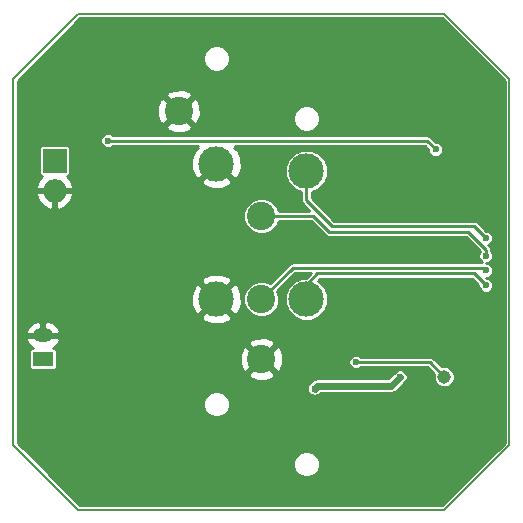
<source format=gtl>
G04 #@! TF.FileFunction,Copper,L1,Top,Signal*
%FSLAX46Y46*%
G04 Gerber Fmt 4.6, Leading zero omitted, Abs format (unit mm)*
G04 Created by KiCad (PCBNEW 4.0.7) date Thu Jan 25 16:07:57 2018*
%MOMM*%
%LPD*%
G01*
G04 APERTURE LIST*
%ADD10C,0.100000*%
%ADD11C,0.150000*%
%ADD12C,1.143000*%
%ADD13C,6.400000*%
%ADD14C,0.600000*%
%ADD15O,1.998980X1.998980*%
%ADD16R,1.998980X1.998980*%
%ADD17R,1.700000X1.200000*%
%ADD18O,1.700000X1.200000*%
%ADD19C,3.000000*%
%ADD20C,2.400000*%
%ADD21C,0.250000*%
%ADD22C,0.800000*%
%ADD23C,0.400000*%
%ADD24C,0.600000*%
G04 APERTURE END LIST*
D10*
D11*
X42000000Y36500000D02*
X42000000Y5500000D01*
X36500000Y42000000D02*
X42000000Y36500000D01*
X5500000Y42000000D02*
X36500000Y42000000D01*
X0Y36500000D02*
X5500000Y42000000D01*
X0Y5500000D02*
X0Y36500000D01*
X5500000Y0D02*
X0Y5500000D01*
X36500000Y0D02*
X5500000Y0D01*
X42000000Y5500000D02*
X36500000Y0D01*
D12*
X36500000Y11250000D03*
D13*
X36500000Y36500000D03*
D14*
X38900000Y36500000D03*
X38197056Y34802944D03*
X36500000Y34100000D03*
X34802944Y34802944D03*
X34100000Y36500000D03*
X34802944Y38197056D03*
X36500000Y38900000D03*
X38197056Y38197056D03*
D15*
X3500000Y27000000D03*
D16*
X3500000Y29540000D03*
D17*
X2500000Y12750000D03*
D18*
X2500000Y14750000D03*
D13*
X5500000Y36500000D03*
D14*
X7900000Y36500000D03*
X7197056Y34802944D03*
X5500000Y34100000D03*
X3802944Y34802944D03*
X3100000Y36500000D03*
X3802944Y38197056D03*
X5500000Y38900000D03*
X7197056Y38197056D03*
D13*
X5500000Y5500000D03*
D14*
X7900000Y5500000D03*
X7197056Y3802944D03*
X5500000Y3100000D03*
X3802944Y3802944D03*
X3100000Y5500000D03*
X3802944Y7197056D03*
X5500000Y7900000D03*
X7197056Y7197056D03*
D13*
X36500000Y5500000D03*
D14*
X38900000Y5500000D03*
X38197056Y3802944D03*
X36500000Y3100000D03*
X34802944Y3802944D03*
X34100000Y5500000D03*
X34802944Y7197056D03*
X36500000Y7900000D03*
X38197056Y7197056D03*
D19*
X17190000Y17830000D03*
X24810000Y17830000D03*
D20*
X21000000Y17830000D03*
X21000000Y12750000D03*
D19*
X17190000Y29300000D03*
X24810000Y28665000D03*
D20*
X21000000Y24855000D03*
X14015000Y33745000D03*
D14*
X25250000Y21750000D03*
X23750000Y13500000D03*
X32500000Y14000000D03*
X34250000Y13500000D03*
X32000000Y25250000D03*
X40000000Y24250000D03*
X32750000Y4250000D03*
X29500000Y7750000D03*
X26000000Y750000D03*
X32750000Y750000D03*
X32750000Y7750000D03*
X26000000Y7750000D03*
X27950000Y2575000D03*
X29475000Y4250000D03*
X31000000Y2575000D03*
X31000000Y5925000D03*
X27950000Y5925000D03*
X28750000Y21750000D03*
X40000000Y19000000D03*
X40000000Y20250000D03*
X40000000Y23000000D03*
X40000000Y21500000D03*
X8000000Y31250000D03*
X35750000Y30500000D03*
X25500000Y10250000D03*
X32750000Y11250000D03*
X29000000Y12500000D03*
D21*
X28750000Y21750000D02*
X25250000Y21750000D01*
D22*
X34250000Y13500000D02*
X33000000Y13500000D01*
X33000000Y13500000D02*
X32500000Y14000000D01*
X40000000Y24250000D02*
X39000000Y25250000D01*
X39000000Y25250000D02*
X32000000Y25250000D01*
D23*
X26000000Y7750000D02*
X29500000Y7750000D01*
X29500000Y7750000D02*
X32750000Y7750000D01*
X32750000Y750000D02*
X26000000Y750000D01*
X31000000Y2575000D02*
X31000000Y2725000D01*
X31000000Y2725000D02*
X29475000Y4250000D01*
D21*
X24810000Y17830000D02*
X24810000Y19060000D01*
X24810000Y19060000D02*
X25750000Y20000000D01*
X25750000Y20000000D02*
X39000000Y20000000D01*
X39000000Y20000000D02*
X40000000Y19000000D01*
X21000000Y17830000D02*
X23670000Y20500000D01*
X23670000Y20500000D02*
X39750000Y20500000D01*
X39750000Y20500000D02*
X40000000Y20250000D01*
X24810000Y28665000D02*
X24810000Y26190000D01*
X24810000Y26190000D02*
X27000000Y24000000D01*
X39700001Y23299999D02*
X40000000Y23000000D01*
X27000000Y24000000D02*
X39000000Y24000000D01*
X39000000Y24000000D02*
X39700001Y23299999D01*
X21000000Y24855000D02*
X25395000Y24855000D01*
X25395000Y24855000D02*
X26750000Y23500000D01*
X26750000Y23500000D02*
X38500000Y23500000D01*
X38500000Y23500000D02*
X40000000Y22000000D01*
X40000000Y22000000D02*
X40000000Y21500000D01*
X35750000Y30500000D02*
X35000000Y31250000D01*
X35000000Y31250000D02*
X8000000Y31250000D01*
D24*
X25750000Y10500000D02*
X25500000Y10250000D01*
X32000000Y10500000D02*
X25750000Y10500000D01*
X32750000Y11250000D02*
X32000000Y10500000D01*
D21*
X29000000Y12500000D02*
X35250000Y12500000D01*
X35250000Y12500000D02*
X36500000Y11250000D01*
G36*
X41600000Y36334315D02*
X41600000Y5665685D01*
X36334314Y400000D01*
X5665685Y400000D01*
X3089461Y2976225D01*
X4874892Y2976225D01*
X4969842Y2746429D01*
X5145504Y2570460D01*
X5375134Y2475109D01*
X5623775Y2474892D01*
X5853571Y2569842D01*
X6029540Y2745504D01*
X6124891Y2975134D01*
X6125108Y3223775D01*
X6030158Y3453571D01*
X5854496Y3629540D01*
X5734977Y3679169D01*
X6571948Y3679169D01*
X6666898Y3449373D01*
X6842560Y3273404D01*
X7072190Y3178053D01*
X7320831Y3177836D01*
X7550627Y3272786D01*
X7726596Y3448448D01*
X7804974Y3637205D01*
X23684805Y3637205D01*
X23855715Y3223571D01*
X24171907Y2906828D01*
X24585242Y2735196D01*
X25032795Y2734805D01*
X25446429Y2905715D01*
X25517061Y2976225D01*
X35874892Y2976225D01*
X35969842Y2746429D01*
X36145504Y2570460D01*
X36375134Y2475109D01*
X36623775Y2474892D01*
X36853571Y2569842D01*
X37029540Y2745504D01*
X37124891Y2975134D01*
X37125108Y3223775D01*
X37030158Y3453571D01*
X36854496Y3629540D01*
X36734977Y3679169D01*
X37571948Y3679169D01*
X37666898Y3449373D01*
X37842560Y3273404D01*
X38072190Y3178053D01*
X38320831Y3177836D01*
X38550627Y3272786D01*
X38726596Y3448448D01*
X38821947Y3678078D01*
X38822164Y3926719D01*
X38727214Y4156515D01*
X38551552Y4332484D01*
X38321922Y4427835D01*
X38073281Y4428052D01*
X37843485Y4333102D01*
X37667516Y4157440D01*
X37572165Y3927810D01*
X37571948Y3679169D01*
X36734977Y3679169D01*
X36624866Y3724891D01*
X36376225Y3725108D01*
X36146429Y3630158D01*
X35970460Y3454496D01*
X35875109Y3224866D01*
X35874892Y2976225D01*
X25517061Y2976225D01*
X25763172Y3221907D01*
X25934804Y3635242D01*
X25934842Y3679169D01*
X34177836Y3679169D01*
X34272786Y3449373D01*
X34448448Y3273404D01*
X34678078Y3178053D01*
X34926719Y3177836D01*
X35156515Y3272786D01*
X35332484Y3448448D01*
X35427835Y3678078D01*
X35428052Y3926719D01*
X35333102Y4156515D01*
X35157440Y4332484D01*
X34927810Y4427835D01*
X34679169Y4428052D01*
X34449373Y4333102D01*
X34273404Y4157440D01*
X34178053Y3927810D01*
X34177836Y3679169D01*
X25934842Y3679169D01*
X25935195Y4082795D01*
X25764285Y4496429D01*
X25448093Y4813172D01*
X25034758Y4984804D01*
X24587205Y4985195D01*
X24173571Y4814285D01*
X23856828Y4498093D01*
X23685196Y4084758D01*
X23684805Y3637205D01*
X7804974Y3637205D01*
X7821947Y3678078D01*
X7822164Y3926719D01*
X7727214Y4156515D01*
X7551552Y4332484D01*
X7321922Y4427835D01*
X7073281Y4428052D01*
X6843485Y4333102D01*
X6667516Y4157440D01*
X6572165Y3927810D01*
X6571948Y3679169D01*
X5734977Y3679169D01*
X5624866Y3724891D01*
X5376225Y3725108D01*
X5146429Y3630158D01*
X4970460Y3454496D01*
X4875109Y3224866D01*
X4874892Y2976225D01*
X3089461Y2976225D01*
X2386517Y3679169D01*
X3177836Y3679169D01*
X3272786Y3449373D01*
X3448448Y3273404D01*
X3678078Y3178053D01*
X3926719Y3177836D01*
X4156515Y3272786D01*
X4332484Y3448448D01*
X4427835Y3678078D01*
X4428052Y3926719D01*
X4333102Y4156515D01*
X4157440Y4332484D01*
X3927810Y4427835D01*
X3679169Y4428052D01*
X3449373Y4333102D01*
X3273404Y4157440D01*
X3178053Y3927810D01*
X3177836Y3679169D01*
X2386517Y3679169D01*
X689461Y5376225D01*
X2474892Y5376225D01*
X2569842Y5146429D01*
X2745504Y4970460D01*
X2975134Y4875109D01*
X3223775Y4874892D01*
X3453571Y4969842D01*
X3629540Y5145504D01*
X3724891Y5375134D01*
X3724891Y5376225D01*
X7274892Y5376225D01*
X7369842Y5146429D01*
X7545504Y4970460D01*
X7775134Y4875109D01*
X8023775Y4874892D01*
X8253571Y4969842D01*
X8429540Y5145504D01*
X8524891Y5375134D01*
X8524891Y5376225D01*
X33474892Y5376225D01*
X33569842Y5146429D01*
X33745504Y4970460D01*
X33975134Y4875109D01*
X34223775Y4874892D01*
X34453571Y4969842D01*
X34629540Y5145504D01*
X34724891Y5375134D01*
X34724891Y5376225D01*
X38274892Y5376225D01*
X38369842Y5146429D01*
X38545504Y4970460D01*
X38775134Y4875109D01*
X39023775Y4874892D01*
X39253571Y4969842D01*
X39429540Y5145504D01*
X39524891Y5375134D01*
X39525108Y5623775D01*
X39430158Y5853571D01*
X39254496Y6029540D01*
X39024866Y6124891D01*
X38776225Y6125108D01*
X38546429Y6030158D01*
X38370460Y5854496D01*
X38275109Y5624866D01*
X38274892Y5376225D01*
X34724891Y5376225D01*
X34725108Y5623775D01*
X34630158Y5853571D01*
X34454496Y6029540D01*
X34224866Y6124891D01*
X33976225Y6125108D01*
X33746429Y6030158D01*
X33570460Y5854496D01*
X33475109Y5624866D01*
X33474892Y5376225D01*
X8524891Y5376225D01*
X8525108Y5623775D01*
X8430158Y5853571D01*
X8254496Y6029540D01*
X8024866Y6124891D01*
X7776225Y6125108D01*
X7546429Y6030158D01*
X7370460Y5854496D01*
X7275109Y5624866D01*
X7274892Y5376225D01*
X3724891Y5376225D01*
X3725108Y5623775D01*
X3630158Y5853571D01*
X3454496Y6029540D01*
X3224866Y6124891D01*
X2976225Y6125108D01*
X2746429Y6030158D01*
X2570460Y5854496D01*
X2475109Y5624866D01*
X2474892Y5376225D01*
X689461Y5376225D01*
X400000Y5665686D01*
X400000Y7073281D01*
X3177836Y7073281D01*
X3272786Y6843485D01*
X3448448Y6667516D01*
X3678078Y6572165D01*
X3926719Y6571948D01*
X4156515Y6666898D01*
X4332484Y6842560D01*
X4427835Y7072190D01*
X4427835Y7073281D01*
X6571948Y7073281D01*
X6666898Y6843485D01*
X6842560Y6667516D01*
X7072190Y6572165D01*
X7320831Y6571948D01*
X7550627Y6666898D01*
X7726596Y6842560D01*
X7821947Y7072190D01*
X7821947Y7073281D01*
X34177836Y7073281D01*
X34272786Y6843485D01*
X34448448Y6667516D01*
X34678078Y6572165D01*
X34926719Y6571948D01*
X35156515Y6666898D01*
X35332484Y6842560D01*
X35427835Y7072190D01*
X35427835Y7073281D01*
X37571948Y7073281D01*
X37666898Y6843485D01*
X37842560Y6667516D01*
X38072190Y6572165D01*
X38320831Y6571948D01*
X38550627Y6666898D01*
X38726596Y6842560D01*
X38821947Y7072190D01*
X38822164Y7320831D01*
X38727214Y7550627D01*
X38551552Y7726596D01*
X38321922Y7821947D01*
X38073281Y7822164D01*
X37843485Y7727214D01*
X37667516Y7551552D01*
X37572165Y7321922D01*
X37571948Y7073281D01*
X35427835Y7073281D01*
X35428052Y7320831D01*
X35333102Y7550627D01*
X35157440Y7726596D01*
X35037921Y7776225D01*
X35874892Y7776225D01*
X35969842Y7546429D01*
X36145504Y7370460D01*
X36375134Y7275109D01*
X36623775Y7274892D01*
X36853571Y7369842D01*
X37029540Y7545504D01*
X37124891Y7775134D01*
X37125108Y8023775D01*
X37030158Y8253571D01*
X36854496Y8429540D01*
X36624866Y8524891D01*
X36376225Y8525108D01*
X36146429Y8430158D01*
X35970460Y8254496D01*
X35875109Y8024866D01*
X35874892Y7776225D01*
X35037921Y7776225D01*
X34927810Y7821947D01*
X34679169Y7822164D01*
X34449373Y7727214D01*
X34273404Y7551552D01*
X34178053Y7321922D01*
X34177836Y7073281D01*
X7821947Y7073281D01*
X7822164Y7320831D01*
X7727214Y7550627D01*
X7551552Y7726596D01*
X7321922Y7821947D01*
X7073281Y7822164D01*
X6843485Y7727214D01*
X6667516Y7551552D01*
X6572165Y7321922D01*
X6571948Y7073281D01*
X4427835Y7073281D01*
X4428052Y7320831D01*
X4333102Y7550627D01*
X4157440Y7726596D01*
X4037921Y7776225D01*
X4874892Y7776225D01*
X4969842Y7546429D01*
X5145504Y7370460D01*
X5375134Y7275109D01*
X5623775Y7274892D01*
X5853571Y7369842D01*
X6029540Y7545504D01*
X6124891Y7775134D01*
X6125108Y8023775D01*
X6030158Y8253571D01*
X5854496Y8429540D01*
X5624866Y8524891D01*
X5376225Y8525108D01*
X5146429Y8430158D01*
X4970460Y8254496D01*
X4875109Y8024866D01*
X4874892Y7776225D01*
X4037921Y7776225D01*
X3927810Y7821947D01*
X3679169Y7822164D01*
X3449373Y7727214D01*
X3273404Y7551552D01*
X3178053Y7321922D01*
X3177836Y7073281D01*
X400000Y7073281D01*
X400000Y8717205D01*
X16064805Y8717205D01*
X16235715Y8303571D01*
X16551907Y7986828D01*
X16965242Y7815196D01*
X17412795Y7814805D01*
X17826429Y7985715D01*
X18143172Y8301907D01*
X18314804Y8715242D01*
X18315195Y9162795D01*
X18144285Y9576429D01*
X17828093Y9893172D01*
X17414758Y10064804D01*
X16967205Y10065195D01*
X16553571Y9894285D01*
X16236828Y9578093D01*
X16065196Y9164758D01*
X16064805Y8717205D01*
X400000Y8717205D01*
X400000Y10126225D01*
X24874892Y10126225D01*
X24969842Y9896429D01*
X25058056Y9808061D01*
X25058058Y9808058D01*
X25058060Y9808056D01*
X25145504Y9720460D01*
X25260822Y9672576D01*
X25260823Y9672575D01*
X25260824Y9672575D01*
X25375134Y9625109D01*
X25500000Y9625000D01*
X25623775Y9624892D01*
X25739176Y9672575D01*
X25739177Y9672575D01*
X25739178Y9672576D01*
X25853571Y9719842D01*
X25941939Y9808056D01*
X25941942Y9808058D01*
X25942414Y9808530D01*
X26009000Y9875000D01*
X32000000Y9875000D01*
X32239177Y9922575D01*
X32441942Y10058058D01*
X33191944Y10808060D01*
X33279540Y10895504D01*
X33327423Y11010819D01*
X33327425Y11010822D01*
X33327426Y11010825D01*
X33374891Y11125134D01*
X33375108Y11373775D01*
X33280158Y11603571D01*
X33191944Y11691939D01*
X33191942Y11691942D01*
X33191940Y11691944D01*
X33104496Y11779540D01*
X32989178Y11827424D01*
X32989177Y11827425D01*
X32989176Y11827425D01*
X32874866Y11874891D01*
X32750000Y11875000D01*
X32626225Y11875108D01*
X32510825Y11827426D01*
X32510822Y11827425D01*
X32510819Y11827423D01*
X32396429Y11780158D01*
X32308061Y11691944D01*
X32308058Y11691942D01*
X32307585Y11691469D01*
X32220460Y11604496D01*
X32220352Y11604236D01*
X31741116Y11125000D01*
X25750000Y11125000D01*
X25510822Y11077425D01*
X25429606Y11023158D01*
X25308058Y10941942D01*
X25308056Y10941939D01*
X25058058Y10691942D01*
X25058056Y10691940D01*
X24970460Y10604496D01*
X24875109Y10374866D01*
X24874892Y10126225D01*
X400000Y10126225D01*
X400000Y11452608D01*
X19885041Y11452608D01*
X20008465Y11165801D01*
X20690188Y10906947D01*
X21419077Y10928681D01*
X21991535Y11165801D01*
X22114959Y11452608D01*
X21000000Y12567566D01*
X19885041Y11452608D01*
X400000Y11452608D01*
X400000Y14430763D01*
X1059044Y14430763D01*
X1073186Y14343034D01*
X1318505Y13923665D01*
X1640407Y13679562D01*
X1529562Y13658705D01*
X1418947Y13587526D01*
X1344740Y13478920D01*
X1318633Y13350000D01*
X1318633Y12150000D01*
X1341295Y12029562D01*
X1412474Y11918947D01*
X1521080Y11844740D01*
X1650000Y11818633D01*
X3350000Y11818633D01*
X3470438Y11841295D01*
X3581053Y11912474D01*
X3655260Y12021080D01*
X3681367Y12150000D01*
X3681367Y13059812D01*
X19156947Y13059812D01*
X19178681Y12330923D01*
X19415801Y11758465D01*
X19702608Y11635041D01*
X20817566Y12750000D01*
X21182434Y12750000D01*
X22297392Y11635041D01*
X22584199Y11758465D01*
X22818765Y12376225D01*
X28374892Y12376225D01*
X28469842Y12146429D01*
X28645504Y11970460D01*
X28875134Y11875109D01*
X29123775Y11874892D01*
X29353571Y11969842D01*
X29433869Y12050000D01*
X35063604Y12050000D01*
X35627375Y11486229D01*
X35603656Y11429107D01*
X35603345Y11072458D01*
X35739542Y10742837D01*
X35991511Y10490428D01*
X36320893Y10353656D01*
X36677542Y10353345D01*
X37007163Y10489542D01*
X37259572Y10741511D01*
X37396344Y11070893D01*
X37396655Y11427542D01*
X37260458Y11757163D01*
X37008489Y12009572D01*
X36679107Y12146344D01*
X36322458Y12146655D01*
X36263926Y12122470D01*
X35568198Y12818198D01*
X35515259Y12853571D01*
X35422208Y12915746D01*
X35250000Y12950000D01*
X29433897Y12950000D01*
X29354496Y13029540D01*
X29124866Y13124891D01*
X28876225Y13125108D01*
X28646429Y13030158D01*
X28470460Y12854496D01*
X28375109Y12624866D01*
X28374892Y12376225D01*
X22818765Y12376225D01*
X22843053Y12440188D01*
X22821319Y13169077D01*
X22584199Y13741535D01*
X22297392Y13864959D01*
X21182434Y12750000D01*
X20817566Y12750000D01*
X19702608Y13864959D01*
X19415801Y13741535D01*
X19156947Y13059812D01*
X3681367Y13059812D01*
X3681367Y13350000D01*
X3658705Y13470438D01*
X3587526Y13581053D01*
X3478920Y13655260D01*
X3359450Y13679453D01*
X3681495Y13923665D01*
X3753871Y14047392D01*
X19885041Y14047392D01*
X21000000Y12932434D01*
X22114959Y14047392D01*
X21991535Y14334199D01*
X21309812Y14593053D01*
X20580923Y14571319D01*
X20008465Y14334199D01*
X19885041Y14047392D01*
X3753871Y14047392D01*
X3926814Y14343034D01*
X3940956Y14430763D01*
X3816980Y14621000D01*
X2629000Y14621000D01*
X2629000Y14601000D01*
X2371000Y14601000D01*
X2371000Y14621000D01*
X1183020Y14621000D01*
X1059044Y14430763D01*
X400000Y14430763D01*
X400000Y15069237D01*
X1059044Y15069237D01*
X1183020Y14879000D01*
X2371000Y14879000D01*
X2371000Y15831053D01*
X2629000Y15831053D01*
X2629000Y14879000D01*
X3816980Y14879000D01*
X3940956Y15069237D01*
X3926814Y15156966D01*
X3681495Y15576335D01*
X3294364Y15869902D01*
X2824359Y15992974D01*
X2629000Y15831053D01*
X2371000Y15831053D01*
X2175641Y15992974D01*
X1705636Y15869902D01*
X1318505Y15576335D01*
X1073186Y15156966D01*
X1059044Y15069237D01*
X400000Y15069237D01*
X400000Y16315796D01*
X15858229Y16315796D01*
X16018306Y15997833D01*
X16808635Y15688910D01*
X17657025Y15705948D01*
X18361694Y15997833D01*
X18521771Y16315796D01*
X17190000Y17647566D01*
X15858229Y16315796D01*
X400000Y16315796D01*
X400000Y18211365D01*
X15048910Y18211365D01*
X15065948Y17362975D01*
X15357833Y16658306D01*
X15675796Y16498229D01*
X17007566Y17830000D01*
X17372434Y17830000D01*
X18704204Y16498229D01*
X19022167Y16658306D01*
X19331090Y17448635D01*
X19314052Y18297025D01*
X19022167Y19001694D01*
X18704204Y19161771D01*
X17372434Y17830000D01*
X17007566Y17830000D01*
X15675796Y19161771D01*
X15357833Y19001694D01*
X15048910Y18211365D01*
X400000Y18211365D01*
X400000Y19344204D01*
X15858229Y19344204D01*
X17190000Y18012434D01*
X18521771Y19344204D01*
X18361694Y19662167D01*
X17571365Y19971090D01*
X16722975Y19954052D01*
X16018306Y19662167D01*
X15858229Y19344204D01*
X400000Y19344204D01*
X400000Y24552989D01*
X19474735Y24552989D01*
X19706414Y23992285D01*
X20135029Y23562921D01*
X20695328Y23330265D01*
X21302011Y23329735D01*
X21862715Y23561414D01*
X22292079Y23990029D01*
X22464390Y24405000D01*
X25208604Y24405000D01*
X26431802Y23181802D01*
X26577792Y23084254D01*
X26750000Y23050000D01*
X38313604Y23050000D01*
X39489801Y21873803D01*
X39470460Y21854496D01*
X39375109Y21624866D01*
X39374892Y21376225D01*
X39469842Y21146429D01*
X39645504Y20970460D01*
X39694777Y20950000D01*
X23670000Y20950000D01*
X23497792Y20915746D01*
X23351802Y20818198D01*
X21717089Y19183485D01*
X21304672Y19354735D01*
X20697989Y19355265D01*
X20137285Y19123586D01*
X19707921Y18694971D01*
X19475265Y18134672D01*
X19474735Y17527989D01*
X19706414Y16967285D01*
X20135029Y16537921D01*
X20695328Y16305265D01*
X21302011Y16304735D01*
X21862715Y16536414D01*
X22292079Y16965029D01*
X22524735Y17525328D01*
X22525265Y18132011D01*
X22353678Y18547282D01*
X23856396Y20050000D01*
X25163604Y20050000D01*
X24768641Y19655037D01*
X24448578Y19655316D01*
X23777571Y19378062D01*
X23263742Y18865129D01*
X22985317Y18194608D01*
X22984684Y17468578D01*
X23261938Y16797571D01*
X23774871Y16283742D01*
X24445392Y16005317D01*
X25171422Y16004684D01*
X25842429Y16281938D01*
X26356258Y16794871D01*
X26634683Y17465392D01*
X26635316Y18191422D01*
X26358062Y18862429D01*
X25845129Y19376258D01*
X25786853Y19400457D01*
X25936396Y19550000D01*
X38813604Y19550000D01*
X39374990Y18988614D01*
X39374892Y18876225D01*
X39469842Y18646429D01*
X39645504Y18470460D01*
X39875134Y18375109D01*
X40123775Y18374892D01*
X40353571Y18469842D01*
X40529540Y18645504D01*
X40624891Y18875134D01*
X40625108Y19123775D01*
X40530158Y19353571D01*
X40354496Y19529540D01*
X40124866Y19624891D01*
X40011406Y19624990D01*
X40123775Y19624892D01*
X40353571Y19719842D01*
X40529540Y19895504D01*
X40624891Y20125134D01*
X40625108Y20373775D01*
X40530158Y20603571D01*
X40354496Y20779540D01*
X40124866Y20874891D01*
X39983166Y20875015D01*
X40123775Y20874892D01*
X40353571Y20969842D01*
X40529540Y21145504D01*
X40624891Y21375134D01*
X40625108Y21623775D01*
X40530158Y21853571D01*
X40450000Y21933869D01*
X40450000Y22000000D01*
X40415746Y22172208D01*
X40318198Y22318198D01*
X40221234Y22415162D01*
X40353571Y22469842D01*
X40529540Y22645504D01*
X40624891Y22875134D01*
X40625108Y23123775D01*
X40530158Y23353571D01*
X40354496Y23529540D01*
X40124866Y23624891D01*
X40011406Y23624990D01*
X39318198Y24318198D01*
X39188290Y24405000D01*
X39172208Y24415746D01*
X39000000Y24450000D01*
X27186396Y24450000D01*
X25260000Y26376396D01*
X25260000Y26876284D01*
X25842429Y27116938D01*
X26356258Y27629871D01*
X26634683Y28300392D01*
X26635316Y29026422D01*
X26358062Y29697429D01*
X25845129Y30211258D01*
X25174608Y30489683D01*
X24448578Y30490316D01*
X23777571Y30213062D01*
X23263742Y29700129D01*
X22985317Y29029608D01*
X22984684Y28303578D01*
X23261938Y27632571D01*
X23774871Y27118742D01*
X24360000Y26875775D01*
X24360000Y26190000D01*
X24394254Y26017792D01*
X24491802Y25871802D01*
X25058604Y25305000D01*
X22464117Y25305000D01*
X22293586Y25717715D01*
X21864971Y26147079D01*
X21304672Y26379735D01*
X20697989Y26380265D01*
X20137285Y26148586D01*
X19707921Y25719971D01*
X19475265Y25159672D01*
X19474735Y24552989D01*
X400000Y24552989D01*
X400000Y26618008D01*
X1912822Y26618008D01*
X2179821Y26039699D01*
X2647805Y25607587D01*
X3118009Y25412831D01*
X3371000Y25531415D01*
X3371000Y26871000D01*
X3629000Y26871000D01*
X3629000Y25531415D01*
X3881991Y25412831D01*
X4352195Y25607587D01*
X4820179Y26039699D01*
X5087178Y26618008D01*
X4969144Y26871000D01*
X3629000Y26871000D01*
X3371000Y26871000D01*
X2030856Y26871000D01*
X1912822Y26618008D01*
X400000Y26618008D01*
X400000Y27381992D01*
X1912822Y27381992D01*
X2030856Y27129000D01*
X3371000Y27129000D01*
X3371000Y27149000D01*
X3629000Y27149000D01*
X3629000Y27129000D01*
X4969144Y27129000D01*
X5087178Y27381992D01*
X4900747Y27785796D01*
X15858229Y27785796D01*
X16018306Y27467833D01*
X16808635Y27158910D01*
X17657025Y27175948D01*
X18361694Y27467833D01*
X18521771Y27785796D01*
X17190000Y29117566D01*
X15858229Y27785796D01*
X4900747Y27785796D01*
X4820179Y27960301D01*
X4542014Y28217144D01*
X4619928Y28231805D01*
X4730543Y28302984D01*
X4804750Y28411590D01*
X4830857Y28540510D01*
X4830857Y30539490D01*
X4808195Y30659928D01*
X4737016Y30770543D01*
X4628410Y30844750D01*
X4499490Y30870857D01*
X2500510Y30870857D01*
X2380072Y30848195D01*
X2269457Y30777016D01*
X2195250Y30668410D01*
X2169143Y30539490D01*
X2169143Y28540510D01*
X2191805Y28420072D01*
X2262984Y28309457D01*
X2371590Y28235250D01*
X2458528Y28217645D01*
X2179821Y27960301D01*
X1912822Y27381992D01*
X400000Y27381992D01*
X400000Y31126225D01*
X7374892Y31126225D01*
X7469842Y30896429D01*
X7645504Y30720460D01*
X7875134Y30625109D01*
X8123775Y30624892D01*
X8353571Y30719842D01*
X8433869Y30800000D01*
X15617849Y30800000D01*
X15562706Y30744857D01*
X15675793Y30631770D01*
X15357833Y30471694D01*
X15048910Y29681365D01*
X15065948Y28832975D01*
X15357833Y28128306D01*
X15675796Y27968229D01*
X17007566Y29300000D01*
X16993424Y29314142D01*
X17175858Y29496576D01*
X17190000Y29482434D01*
X17204142Y29496576D01*
X17386576Y29314142D01*
X17372434Y29300000D01*
X18704204Y27968229D01*
X19022167Y28128306D01*
X19331090Y28918635D01*
X19314052Y29767025D01*
X19022167Y30471694D01*
X18704207Y30631770D01*
X18817294Y30744857D01*
X18762151Y30800000D01*
X34813604Y30800000D01*
X35124990Y30488614D01*
X35124892Y30376225D01*
X35219842Y30146429D01*
X35395504Y29970460D01*
X35625134Y29875109D01*
X35873775Y29874892D01*
X36103571Y29969842D01*
X36279540Y30145504D01*
X36374891Y30375134D01*
X36375108Y30623775D01*
X36280158Y30853571D01*
X36104496Y31029540D01*
X35874866Y31124891D01*
X35761406Y31124990D01*
X35318198Y31568198D01*
X35265259Y31603571D01*
X35172208Y31665746D01*
X35000000Y31700000D01*
X8433897Y31700000D01*
X8354496Y31779540D01*
X8124866Y31874891D01*
X7876225Y31875108D01*
X7646429Y31780158D01*
X7470460Y31604496D01*
X7375109Y31374866D01*
X7374892Y31126225D01*
X400000Y31126225D01*
X400000Y32447608D01*
X12900041Y32447608D01*
X13023465Y32160801D01*
X13705188Y31901947D01*
X14434077Y31923681D01*
X15006535Y32160801D01*
X15129959Y32447608D01*
X14015000Y33562566D01*
X12900041Y32447608D01*
X400000Y32447608D01*
X400000Y33976225D01*
X4874892Y33976225D01*
X4969842Y33746429D01*
X5145504Y33570460D01*
X5375134Y33475109D01*
X5623775Y33474892D01*
X5853571Y33569842D01*
X6029540Y33745504D01*
X6124891Y33975134D01*
X6124960Y34054812D01*
X12171947Y34054812D01*
X12193681Y33325923D01*
X12430801Y32753465D01*
X12717608Y32630041D01*
X13832566Y33745000D01*
X14197434Y33745000D01*
X15312392Y32630041D01*
X15599199Y32753465D01*
X15649980Y32887205D01*
X23684805Y32887205D01*
X23855715Y32473571D01*
X24171907Y32156828D01*
X24585242Y31985196D01*
X25032795Y31984805D01*
X25446429Y32155715D01*
X25763172Y32471907D01*
X25934804Y32885242D01*
X25935195Y33332795D01*
X25764285Y33746429D01*
X25534889Y33976225D01*
X35874892Y33976225D01*
X35969842Y33746429D01*
X36145504Y33570460D01*
X36375134Y33475109D01*
X36623775Y33474892D01*
X36853571Y33569842D01*
X37029540Y33745504D01*
X37124891Y33975134D01*
X37125108Y34223775D01*
X37030158Y34453571D01*
X36854496Y34629540D01*
X36734977Y34679169D01*
X37571948Y34679169D01*
X37666898Y34449373D01*
X37842560Y34273404D01*
X38072190Y34178053D01*
X38320831Y34177836D01*
X38550627Y34272786D01*
X38726596Y34448448D01*
X38821947Y34678078D01*
X38822164Y34926719D01*
X38727214Y35156515D01*
X38551552Y35332484D01*
X38321922Y35427835D01*
X38073281Y35428052D01*
X37843485Y35333102D01*
X37667516Y35157440D01*
X37572165Y34927810D01*
X37571948Y34679169D01*
X36734977Y34679169D01*
X36624866Y34724891D01*
X36376225Y34725108D01*
X36146429Y34630158D01*
X35970460Y34454496D01*
X35875109Y34224866D01*
X35874892Y33976225D01*
X25534889Y33976225D01*
X25448093Y34063172D01*
X25034758Y34234804D01*
X24587205Y34235195D01*
X24173571Y34064285D01*
X23856828Y33748093D01*
X23685196Y33334758D01*
X23684805Y32887205D01*
X15649980Y32887205D01*
X15858053Y33435188D01*
X15836319Y34164077D01*
X15622961Y34679169D01*
X34177836Y34679169D01*
X34272786Y34449373D01*
X34448448Y34273404D01*
X34678078Y34178053D01*
X34926719Y34177836D01*
X35156515Y34272786D01*
X35332484Y34448448D01*
X35427835Y34678078D01*
X35428052Y34926719D01*
X35333102Y35156515D01*
X35157440Y35332484D01*
X34927810Y35427835D01*
X34679169Y35428052D01*
X34449373Y35333102D01*
X34273404Y35157440D01*
X34178053Y34927810D01*
X34177836Y34679169D01*
X15622961Y34679169D01*
X15599199Y34736535D01*
X15312392Y34859959D01*
X14197434Y33745000D01*
X13832566Y33745000D01*
X12717608Y34859959D01*
X12430801Y34736535D01*
X12171947Y34054812D01*
X6124960Y34054812D01*
X6125108Y34223775D01*
X6030158Y34453571D01*
X5854496Y34629540D01*
X5734977Y34679169D01*
X6571948Y34679169D01*
X6666898Y34449373D01*
X6842560Y34273404D01*
X7072190Y34178053D01*
X7320831Y34177836D01*
X7550627Y34272786D01*
X7726596Y34448448D01*
X7821947Y34678078D01*
X7822164Y34926719D01*
X7774369Y35042392D01*
X12900041Y35042392D01*
X14015000Y33927434D01*
X15129959Y35042392D01*
X15006535Y35329199D01*
X14324812Y35588053D01*
X13595923Y35566319D01*
X13023465Y35329199D01*
X12900041Y35042392D01*
X7774369Y35042392D01*
X7727214Y35156515D01*
X7551552Y35332484D01*
X7321922Y35427835D01*
X7073281Y35428052D01*
X6843485Y35333102D01*
X6667516Y35157440D01*
X6572165Y34927810D01*
X6571948Y34679169D01*
X5734977Y34679169D01*
X5624866Y34724891D01*
X5376225Y34725108D01*
X5146429Y34630158D01*
X4970460Y34454496D01*
X4875109Y34224866D01*
X4874892Y33976225D01*
X400000Y33976225D01*
X400000Y34679169D01*
X3177836Y34679169D01*
X3272786Y34449373D01*
X3448448Y34273404D01*
X3678078Y34178053D01*
X3926719Y34177836D01*
X4156515Y34272786D01*
X4332484Y34448448D01*
X4427835Y34678078D01*
X4428052Y34926719D01*
X4333102Y35156515D01*
X4157440Y35332484D01*
X3927810Y35427835D01*
X3679169Y35428052D01*
X3449373Y35333102D01*
X3273404Y35157440D01*
X3178053Y34927810D01*
X3177836Y34679169D01*
X400000Y34679169D01*
X400000Y36334314D01*
X441910Y36376225D01*
X2474892Y36376225D01*
X2569842Y36146429D01*
X2745504Y35970460D01*
X2975134Y35875109D01*
X3223775Y35874892D01*
X3453571Y35969842D01*
X3629540Y36145504D01*
X3724891Y36375134D01*
X3724891Y36376225D01*
X7274892Y36376225D01*
X7369842Y36146429D01*
X7545504Y35970460D01*
X7775134Y35875109D01*
X8023775Y35874892D01*
X8253571Y35969842D01*
X8429540Y36145504D01*
X8524891Y36375134D01*
X8524891Y36376225D01*
X33474892Y36376225D01*
X33569842Y36146429D01*
X33745504Y35970460D01*
X33975134Y35875109D01*
X34223775Y35874892D01*
X34453571Y35969842D01*
X34629540Y36145504D01*
X34724891Y36375134D01*
X34724891Y36376225D01*
X38274892Y36376225D01*
X38369842Y36146429D01*
X38545504Y35970460D01*
X38775134Y35875109D01*
X39023775Y35874892D01*
X39253571Y35969842D01*
X39429540Y36145504D01*
X39524891Y36375134D01*
X39525108Y36623775D01*
X39430158Y36853571D01*
X39254496Y37029540D01*
X39024866Y37124891D01*
X38776225Y37125108D01*
X38546429Y37030158D01*
X38370460Y36854496D01*
X38275109Y36624866D01*
X38274892Y36376225D01*
X34724891Y36376225D01*
X34725108Y36623775D01*
X34630158Y36853571D01*
X34454496Y37029540D01*
X34224866Y37124891D01*
X33976225Y37125108D01*
X33746429Y37030158D01*
X33570460Y36854496D01*
X33475109Y36624866D01*
X33474892Y36376225D01*
X8524891Y36376225D01*
X8525108Y36623775D01*
X8430158Y36853571D01*
X8254496Y37029540D01*
X8024866Y37124891D01*
X7776225Y37125108D01*
X7546429Y37030158D01*
X7370460Y36854496D01*
X7275109Y36624866D01*
X7274892Y36376225D01*
X3724891Y36376225D01*
X3725108Y36623775D01*
X3630158Y36853571D01*
X3454496Y37029540D01*
X3224866Y37124891D01*
X2976225Y37125108D01*
X2746429Y37030158D01*
X2570460Y36854496D01*
X2475109Y36624866D01*
X2474892Y36376225D01*
X441910Y36376225D01*
X2138966Y38073281D01*
X3177836Y38073281D01*
X3272786Y37843485D01*
X3448448Y37667516D01*
X3678078Y37572165D01*
X3926719Y37571948D01*
X4156515Y37666898D01*
X4332484Y37842560D01*
X4427835Y38072190D01*
X4427835Y38073281D01*
X6571948Y38073281D01*
X6666898Y37843485D01*
X6842560Y37667516D01*
X7072190Y37572165D01*
X7320831Y37571948D01*
X7550627Y37666898D01*
X7726596Y37842560D01*
X7778353Y37967205D01*
X16064805Y37967205D01*
X16235715Y37553571D01*
X16551907Y37236828D01*
X16965242Y37065196D01*
X17412795Y37064805D01*
X17826429Y37235715D01*
X18143172Y37551907D01*
X18314804Y37965242D01*
X18314898Y38073281D01*
X34177836Y38073281D01*
X34272786Y37843485D01*
X34448448Y37667516D01*
X34678078Y37572165D01*
X34926719Y37571948D01*
X35156515Y37666898D01*
X35332484Y37842560D01*
X35427835Y38072190D01*
X35427835Y38073281D01*
X37571948Y38073281D01*
X37666898Y37843485D01*
X37842560Y37667516D01*
X38072190Y37572165D01*
X38320831Y37571948D01*
X38550627Y37666898D01*
X38726596Y37842560D01*
X38821947Y38072190D01*
X38822164Y38320831D01*
X38727214Y38550627D01*
X38551552Y38726596D01*
X38321922Y38821947D01*
X38073281Y38822164D01*
X37843485Y38727214D01*
X37667516Y38551552D01*
X37572165Y38321922D01*
X37571948Y38073281D01*
X35427835Y38073281D01*
X35428052Y38320831D01*
X35333102Y38550627D01*
X35157440Y38726596D01*
X35037921Y38776225D01*
X35874892Y38776225D01*
X35969842Y38546429D01*
X36145504Y38370460D01*
X36375134Y38275109D01*
X36623775Y38274892D01*
X36853571Y38369842D01*
X37029540Y38545504D01*
X37124891Y38775134D01*
X37125108Y39023775D01*
X37030158Y39253571D01*
X36854496Y39429540D01*
X36624866Y39524891D01*
X36376225Y39525108D01*
X36146429Y39430158D01*
X35970460Y39254496D01*
X35875109Y39024866D01*
X35874892Y38776225D01*
X35037921Y38776225D01*
X34927810Y38821947D01*
X34679169Y38822164D01*
X34449373Y38727214D01*
X34273404Y38551552D01*
X34178053Y38321922D01*
X34177836Y38073281D01*
X18314898Y38073281D01*
X18315195Y38412795D01*
X18144285Y38826429D01*
X17828093Y39143172D01*
X17414758Y39314804D01*
X16967205Y39315195D01*
X16553571Y39144285D01*
X16236828Y38828093D01*
X16065196Y38414758D01*
X16064805Y37967205D01*
X7778353Y37967205D01*
X7821947Y38072190D01*
X7822164Y38320831D01*
X7727214Y38550627D01*
X7551552Y38726596D01*
X7321922Y38821947D01*
X7073281Y38822164D01*
X6843485Y38727214D01*
X6667516Y38551552D01*
X6572165Y38321922D01*
X6571948Y38073281D01*
X4427835Y38073281D01*
X4428052Y38320831D01*
X4333102Y38550627D01*
X4157440Y38726596D01*
X4037921Y38776225D01*
X4874892Y38776225D01*
X4969842Y38546429D01*
X5145504Y38370460D01*
X5375134Y38275109D01*
X5623775Y38274892D01*
X5853571Y38369842D01*
X6029540Y38545504D01*
X6124891Y38775134D01*
X6125108Y39023775D01*
X6030158Y39253571D01*
X5854496Y39429540D01*
X5624866Y39524891D01*
X5376225Y39525108D01*
X5146429Y39430158D01*
X4970460Y39254496D01*
X4875109Y39024866D01*
X4874892Y38776225D01*
X4037921Y38776225D01*
X3927810Y38821947D01*
X3679169Y38822164D01*
X3449373Y38727214D01*
X3273404Y38551552D01*
X3178053Y38321922D01*
X3177836Y38073281D01*
X2138966Y38073281D01*
X5665685Y41600000D01*
X36334314Y41600000D01*
X41600000Y36334315D01*
X41600000Y36334315D01*
G37*
X41600000Y36334315D02*
X41600000Y5665685D01*
X36334314Y400000D01*
X5665685Y400000D01*
X3089461Y2976225D01*
X4874892Y2976225D01*
X4969842Y2746429D01*
X5145504Y2570460D01*
X5375134Y2475109D01*
X5623775Y2474892D01*
X5853571Y2569842D01*
X6029540Y2745504D01*
X6124891Y2975134D01*
X6125108Y3223775D01*
X6030158Y3453571D01*
X5854496Y3629540D01*
X5734977Y3679169D01*
X6571948Y3679169D01*
X6666898Y3449373D01*
X6842560Y3273404D01*
X7072190Y3178053D01*
X7320831Y3177836D01*
X7550627Y3272786D01*
X7726596Y3448448D01*
X7804974Y3637205D01*
X23684805Y3637205D01*
X23855715Y3223571D01*
X24171907Y2906828D01*
X24585242Y2735196D01*
X25032795Y2734805D01*
X25446429Y2905715D01*
X25517061Y2976225D01*
X35874892Y2976225D01*
X35969842Y2746429D01*
X36145504Y2570460D01*
X36375134Y2475109D01*
X36623775Y2474892D01*
X36853571Y2569842D01*
X37029540Y2745504D01*
X37124891Y2975134D01*
X37125108Y3223775D01*
X37030158Y3453571D01*
X36854496Y3629540D01*
X36734977Y3679169D01*
X37571948Y3679169D01*
X37666898Y3449373D01*
X37842560Y3273404D01*
X38072190Y3178053D01*
X38320831Y3177836D01*
X38550627Y3272786D01*
X38726596Y3448448D01*
X38821947Y3678078D01*
X38822164Y3926719D01*
X38727214Y4156515D01*
X38551552Y4332484D01*
X38321922Y4427835D01*
X38073281Y4428052D01*
X37843485Y4333102D01*
X37667516Y4157440D01*
X37572165Y3927810D01*
X37571948Y3679169D01*
X36734977Y3679169D01*
X36624866Y3724891D01*
X36376225Y3725108D01*
X36146429Y3630158D01*
X35970460Y3454496D01*
X35875109Y3224866D01*
X35874892Y2976225D01*
X25517061Y2976225D01*
X25763172Y3221907D01*
X25934804Y3635242D01*
X25934842Y3679169D01*
X34177836Y3679169D01*
X34272786Y3449373D01*
X34448448Y3273404D01*
X34678078Y3178053D01*
X34926719Y3177836D01*
X35156515Y3272786D01*
X35332484Y3448448D01*
X35427835Y3678078D01*
X35428052Y3926719D01*
X35333102Y4156515D01*
X35157440Y4332484D01*
X34927810Y4427835D01*
X34679169Y4428052D01*
X34449373Y4333102D01*
X34273404Y4157440D01*
X34178053Y3927810D01*
X34177836Y3679169D01*
X25934842Y3679169D01*
X25935195Y4082795D01*
X25764285Y4496429D01*
X25448093Y4813172D01*
X25034758Y4984804D01*
X24587205Y4985195D01*
X24173571Y4814285D01*
X23856828Y4498093D01*
X23685196Y4084758D01*
X23684805Y3637205D01*
X7804974Y3637205D01*
X7821947Y3678078D01*
X7822164Y3926719D01*
X7727214Y4156515D01*
X7551552Y4332484D01*
X7321922Y4427835D01*
X7073281Y4428052D01*
X6843485Y4333102D01*
X6667516Y4157440D01*
X6572165Y3927810D01*
X6571948Y3679169D01*
X5734977Y3679169D01*
X5624866Y3724891D01*
X5376225Y3725108D01*
X5146429Y3630158D01*
X4970460Y3454496D01*
X4875109Y3224866D01*
X4874892Y2976225D01*
X3089461Y2976225D01*
X2386517Y3679169D01*
X3177836Y3679169D01*
X3272786Y3449373D01*
X3448448Y3273404D01*
X3678078Y3178053D01*
X3926719Y3177836D01*
X4156515Y3272786D01*
X4332484Y3448448D01*
X4427835Y3678078D01*
X4428052Y3926719D01*
X4333102Y4156515D01*
X4157440Y4332484D01*
X3927810Y4427835D01*
X3679169Y4428052D01*
X3449373Y4333102D01*
X3273404Y4157440D01*
X3178053Y3927810D01*
X3177836Y3679169D01*
X2386517Y3679169D01*
X689461Y5376225D01*
X2474892Y5376225D01*
X2569842Y5146429D01*
X2745504Y4970460D01*
X2975134Y4875109D01*
X3223775Y4874892D01*
X3453571Y4969842D01*
X3629540Y5145504D01*
X3724891Y5375134D01*
X3724891Y5376225D01*
X7274892Y5376225D01*
X7369842Y5146429D01*
X7545504Y4970460D01*
X7775134Y4875109D01*
X8023775Y4874892D01*
X8253571Y4969842D01*
X8429540Y5145504D01*
X8524891Y5375134D01*
X8524891Y5376225D01*
X33474892Y5376225D01*
X33569842Y5146429D01*
X33745504Y4970460D01*
X33975134Y4875109D01*
X34223775Y4874892D01*
X34453571Y4969842D01*
X34629540Y5145504D01*
X34724891Y5375134D01*
X34724891Y5376225D01*
X38274892Y5376225D01*
X38369842Y5146429D01*
X38545504Y4970460D01*
X38775134Y4875109D01*
X39023775Y4874892D01*
X39253571Y4969842D01*
X39429540Y5145504D01*
X39524891Y5375134D01*
X39525108Y5623775D01*
X39430158Y5853571D01*
X39254496Y6029540D01*
X39024866Y6124891D01*
X38776225Y6125108D01*
X38546429Y6030158D01*
X38370460Y5854496D01*
X38275109Y5624866D01*
X38274892Y5376225D01*
X34724891Y5376225D01*
X34725108Y5623775D01*
X34630158Y5853571D01*
X34454496Y6029540D01*
X34224866Y6124891D01*
X33976225Y6125108D01*
X33746429Y6030158D01*
X33570460Y5854496D01*
X33475109Y5624866D01*
X33474892Y5376225D01*
X8524891Y5376225D01*
X8525108Y5623775D01*
X8430158Y5853571D01*
X8254496Y6029540D01*
X8024866Y6124891D01*
X7776225Y6125108D01*
X7546429Y6030158D01*
X7370460Y5854496D01*
X7275109Y5624866D01*
X7274892Y5376225D01*
X3724891Y5376225D01*
X3725108Y5623775D01*
X3630158Y5853571D01*
X3454496Y6029540D01*
X3224866Y6124891D01*
X2976225Y6125108D01*
X2746429Y6030158D01*
X2570460Y5854496D01*
X2475109Y5624866D01*
X2474892Y5376225D01*
X689461Y5376225D01*
X400000Y5665686D01*
X400000Y7073281D01*
X3177836Y7073281D01*
X3272786Y6843485D01*
X3448448Y6667516D01*
X3678078Y6572165D01*
X3926719Y6571948D01*
X4156515Y6666898D01*
X4332484Y6842560D01*
X4427835Y7072190D01*
X4427835Y7073281D01*
X6571948Y7073281D01*
X6666898Y6843485D01*
X6842560Y6667516D01*
X7072190Y6572165D01*
X7320831Y6571948D01*
X7550627Y6666898D01*
X7726596Y6842560D01*
X7821947Y7072190D01*
X7821947Y7073281D01*
X34177836Y7073281D01*
X34272786Y6843485D01*
X34448448Y6667516D01*
X34678078Y6572165D01*
X34926719Y6571948D01*
X35156515Y6666898D01*
X35332484Y6842560D01*
X35427835Y7072190D01*
X35427835Y7073281D01*
X37571948Y7073281D01*
X37666898Y6843485D01*
X37842560Y6667516D01*
X38072190Y6572165D01*
X38320831Y6571948D01*
X38550627Y6666898D01*
X38726596Y6842560D01*
X38821947Y7072190D01*
X38822164Y7320831D01*
X38727214Y7550627D01*
X38551552Y7726596D01*
X38321922Y7821947D01*
X38073281Y7822164D01*
X37843485Y7727214D01*
X37667516Y7551552D01*
X37572165Y7321922D01*
X37571948Y7073281D01*
X35427835Y7073281D01*
X35428052Y7320831D01*
X35333102Y7550627D01*
X35157440Y7726596D01*
X35037921Y7776225D01*
X35874892Y7776225D01*
X35969842Y7546429D01*
X36145504Y7370460D01*
X36375134Y7275109D01*
X36623775Y7274892D01*
X36853571Y7369842D01*
X37029540Y7545504D01*
X37124891Y7775134D01*
X37125108Y8023775D01*
X37030158Y8253571D01*
X36854496Y8429540D01*
X36624866Y8524891D01*
X36376225Y8525108D01*
X36146429Y8430158D01*
X35970460Y8254496D01*
X35875109Y8024866D01*
X35874892Y7776225D01*
X35037921Y7776225D01*
X34927810Y7821947D01*
X34679169Y7822164D01*
X34449373Y7727214D01*
X34273404Y7551552D01*
X34178053Y7321922D01*
X34177836Y7073281D01*
X7821947Y7073281D01*
X7822164Y7320831D01*
X7727214Y7550627D01*
X7551552Y7726596D01*
X7321922Y7821947D01*
X7073281Y7822164D01*
X6843485Y7727214D01*
X6667516Y7551552D01*
X6572165Y7321922D01*
X6571948Y7073281D01*
X4427835Y7073281D01*
X4428052Y7320831D01*
X4333102Y7550627D01*
X4157440Y7726596D01*
X4037921Y7776225D01*
X4874892Y7776225D01*
X4969842Y7546429D01*
X5145504Y7370460D01*
X5375134Y7275109D01*
X5623775Y7274892D01*
X5853571Y7369842D01*
X6029540Y7545504D01*
X6124891Y7775134D01*
X6125108Y8023775D01*
X6030158Y8253571D01*
X5854496Y8429540D01*
X5624866Y8524891D01*
X5376225Y8525108D01*
X5146429Y8430158D01*
X4970460Y8254496D01*
X4875109Y8024866D01*
X4874892Y7776225D01*
X4037921Y7776225D01*
X3927810Y7821947D01*
X3679169Y7822164D01*
X3449373Y7727214D01*
X3273404Y7551552D01*
X3178053Y7321922D01*
X3177836Y7073281D01*
X400000Y7073281D01*
X400000Y8717205D01*
X16064805Y8717205D01*
X16235715Y8303571D01*
X16551907Y7986828D01*
X16965242Y7815196D01*
X17412795Y7814805D01*
X17826429Y7985715D01*
X18143172Y8301907D01*
X18314804Y8715242D01*
X18315195Y9162795D01*
X18144285Y9576429D01*
X17828093Y9893172D01*
X17414758Y10064804D01*
X16967205Y10065195D01*
X16553571Y9894285D01*
X16236828Y9578093D01*
X16065196Y9164758D01*
X16064805Y8717205D01*
X400000Y8717205D01*
X400000Y10126225D01*
X24874892Y10126225D01*
X24969842Y9896429D01*
X25058056Y9808061D01*
X25058058Y9808058D01*
X25058060Y9808056D01*
X25145504Y9720460D01*
X25260822Y9672576D01*
X25260823Y9672575D01*
X25260824Y9672575D01*
X25375134Y9625109D01*
X25500000Y9625000D01*
X25623775Y9624892D01*
X25739176Y9672575D01*
X25739177Y9672575D01*
X25739178Y9672576D01*
X25853571Y9719842D01*
X25941939Y9808056D01*
X25941942Y9808058D01*
X25942414Y9808530D01*
X26009000Y9875000D01*
X32000000Y9875000D01*
X32239177Y9922575D01*
X32441942Y10058058D01*
X33191944Y10808060D01*
X33279540Y10895504D01*
X33327423Y11010819D01*
X33327425Y11010822D01*
X33327426Y11010825D01*
X33374891Y11125134D01*
X33375108Y11373775D01*
X33280158Y11603571D01*
X33191944Y11691939D01*
X33191942Y11691942D01*
X33191940Y11691944D01*
X33104496Y11779540D01*
X32989178Y11827424D01*
X32989177Y11827425D01*
X32989176Y11827425D01*
X32874866Y11874891D01*
X32750000Y11875000D01*
X32626225Y11875108D01*
X32510825Y11827426D01*
X32510822Y11827425D01*
X32510819Y11827423D01*
X32396429Y11780158D01*
X32308061Y11691944D01*
X32308058Y11691942D01*
X32307585Y11691469D01*
X32220460Y11604496D01*
X32220352Y11604236D01*
X31741116Y11125000D01*
X25750000Y11125000D01*
X25510822Y11077425D01*
X25429606Y11023158D01*
X25308058Y10941942D01*
X25308056Y10941939D01*
X25058058Y10691942D01*
X25058056Y10691940D01*
X24970460Y10604496D01*
X24875109Y10374866D01*
X24874892Y10126225D01*
X400000Y10126225D01*
X400000Y11452608D01*
X19885041Y11452608D01*
X20008465Y11165801D01*
X20690188Y10906947D01*
X21419077Y10928681D01*
X21991535Y11165801D01*
X22114959Y11452608D01*
X21000000Y12567566D01*
X19885041Y11452608D01*
X400000Y11452608D01*
X400000Y14430763D01*
X1059044Y14430763D01*
X1073186Y14343034D01*
X1318505Y13923665D01*
X1640407Y13679562D01*
X1529562Y13658705D01*
X1418947Y13587526D01*
X1344740Y13478920D01*
X1318633Y13350000D01*
X1318633Y12150000D01*
X1341295Y12029562D01*
X1412474Y11918947D01*
X1521080Y11844740D01*
X1650000Y11818633D01*
X3350000Y11818633D01*
X3470438Y11841295D01*
X3581053Y11912474D01*
X3655260Y12021080D01*
X3681367Y12150000D01*
X3681367Y13059812D01*
X19156947Y13059812D01*
X19178681Y12330923D01*
X19415801Y11758465D01*
X19702608Y11635041D01*
X20817566Y12750000D01*
X21182434Y12750000D01*
X22297392Y11635041D01*
X22584199Y11758465D01*
X22818765Y12376225D01*
X28374892Y12376225D01*
X28469842Y12146429D01*
X28645504Y11970460D01*
X28875134Y11875109D01*
X29123775Y11874892D01*
X29353571Y11969842D01*
X29433869Y12050000D01*
X35063604Y12050000D01*
X35627375Y11486229D01*
X35603656Y11429107D01*
X35603345Y11072458D01*
X35739542Y10742837D01*
X35991511Y10490428D01*
X36320893Y10353656D01*
X36677542Y10353345D01*
X37007163Y10489542D01*
X37259572Y10741511D01*
X37396344Y11070893D01*
X37396655Y11427542D01*
X37260458Y11757163D01*
X37008489Y12009572D01*
X36679107Y12146344D01*
X36322458Y12146655D01*
X36263926Y12122470D01*
X35568198Y12818198D01*
X35515259Y12853571D01*
X35422208Y12915746D01*
X35250000Y12950000D01*
X29433897Y12950000D01*
X29354496Y13029540D01*
X29124866Y13124891D01*
X28876225Y13125108D01*
X28646429Y13030158D01*
X28470460Y12854496D01*
X28375109Y12624866D01*
X28374892Y12376225D01*
X22818765Y12376225D01*
X22843053Y12440188D01*
X22821319Y13169077D01*
X22584199Y13741535D01*
X22297392Y13864959D01*
X21182434Y12750000D01*
X20817566Y12750000D01*
X19702608Y13864959D01*
X19415801Y13741535D01*
X19156947Y13059812D01*
X3681367Y13059812D01*
X3681367Y13350000D01*
X3658705Y13470438D01*
X3587526Y13581053D01*
X3478920Y13655260D01*
X3359450Y13679453D01*
X3681495Y13923665D01*
X3753871Y14047392D01*
X19885041Y14047392D01*
X21000000Y12932434D01*
X22114959Y14047392D01*
X21991535Y14334199D01*
X21309812Y14593053D01*
X20580923Y14571319D01*
X20008465Y14334199D01*
X19885041Y14047392D01*
X3753871Y14047392D01*
X3926814Y14343034D01*
X3940956Y14430763D01*
X3816980Y14621000D01*
X2629000Y14621000D01*
X2629000Y14601000D01*
X2371000Y14601000D01*
X2371000Y14621000D01*
X1183020Y14621000D01*
X1059044Y14430763D01*
X400000Y14430763D01*
X400000Y15069237D01*
X1059044Y15069237D01*
X1183020Y14879000D01*
X2371000Y14879000D01*
X2371000Y15831053D01*
X2629000Y15831053D01*
X2629000Y14879000D01*
X3816980Y14879000D01*
X3940956Y15069237D01*
X3926814Y15156966D01*
X3681495Y15576335D01*
X3294364Y15869902D01*
X2824359Y15992974D01*
X2629000Y15831053D01*
X2371000Y15831053D01*
X2175641Y15992974D01*
X1705636Y15869902D01*
X1318505Y15576335D01*
X1073186Y15156966D01*
X1059044Y15069237D01*
X400000Y15069237D01*
X400000Y16315796D01*
X15858229Y16315796D01*
X16018306Y15997833D01*
X16808635Y15688910D01*
X17657025Y15705948D01*
X18361694Y15997833D01*
X18521771Y16315796D01*
X17190000Y17647566D01*
X15858229Y16315796D01*
X400000Y16315796D01*
X400000Y18211365D01*
X15048910Y18211365D01*
X15065948Y17362975D01*
X15357833Y16658306D01*
X15675796Y16498229D01*
X17007566Y17830000D01*
X17372434Y17830000D01*
X18704204Y16498229D01*
X19022167Y16658306D01*
X19331090Y17448635D01*
X19314052Y18297025D01*
X19022167Y19001694D01*
X18704204Y19161771D01*
X17372434Y17830000D01*
X17007566Y17830000D01*
X15675796Y19161771D01*
X15357833Y19001694D01*
X15048910Y18211365D01*
X400000Y18211365D01*
X400000Y19344204D01*
X15858229Y19344204D01*
X17190000Y18012434D01*
X18521771Y19344204D01*
X18361694Y19662167D01*
X17571365Y19971090D01*
X16722975Y19954052D01*
X16018306Y19662167D01*
X15858229Y19344204D01*
X400000Y19344204D01*
X400000Y24552989D01*
X19474735Y24552989D01*
X19706414Y23992285D01*
X20135029Y23562921D01*
X20695328Y23330265D01*
X21302011Y23329735D01*
X21862715Y23561414D01*
X22292079Y23990029D01*
X22464390Y24405000D01*
X25208604Y24405000D01*
X26431802Y23181802D01*
X26577792Y23084254D01*
X26750000Y23050000D01*
X38313604Y23050000D01*
X39489801Y21873803D01*
X39470460Y21854496D01*
X39375109Y21624866D01*
X39374892Y21376225D01*
X39469842Y21146429D01*
X39645504Y20970460D01*
X39694777Y20950000D01*
X23670000Y20950000D01*
X23497792Y20915746D01*
X23351802Y20818198D01*
X21717089Y19183485D01*
X21304672Y19354735D01*
X20697989Y19355265D01*
X20137285Y19123586D01*
X19707921Y18694971D01*
X19475265Y18134672D01*
X19474735Y17527989D01*
X19706414Y16967285D01*
X20135029Y16537921D01*
X20695328Y16305265D01*
X21302011Y16304735D01*
X21862715Y16536414D01*
X22292079Y16965029D01*
X22524735Y17525328D01*
X22525265Y18132011D01*
X22353678Y18547282D01*
X23856396Y20050000D01*
X25163604Y20050000D01*
X24768641Y19655037D01*
X24448578Y19655316D01*
X23777571Y19378062D01*
X23263742Y18865129D01*
X22985317Y18194608D01*
X22984684Y17468578D01*
X23261938Y16797571D01*
X23774871Y16283742D01*
X24445392Y16005317D01*
X25171422Y16004684D01*
X25842429Y16281938D01*
X26356258Y16794871D01*
X26634683Y17465392D01*
X26635316Y18191422D01*
X26358062Y18862429D01*
X25845129Y19376258D01*
X25786853Y19400457D01*
X25936396Y19550000D01*
X38813604Y19550000D01*
X39374990Y18988614D01*
X39374892Y18876225D01*
X39469842Y18646429D01*
X39645504Y18470460D01*
X39875134Y18375109D01*
X40123775Y18374892D01*
X40353571Y18469842D01*
X40529540Y18645504D01*
X40624891Y18875134D01*
X40625108Y19123775D01*
X40530158Y19353571D01*
X40354496Y19529540D01*
X40124866Y19624891D01*
X40011406Y19624990D01*
X40123775Y19624892D01*
X40353571Y19719842D01*
X40529540Y19895504D01*
X40624891Y20125134D01*
X40625108Y20373775D01*
X40530158Y20603571D01*
X40354496Y20779540D01*
X40124866Y20874891D01*
X39983166Y20875015D01*
X40123775Y20874892D01*
X40353571Y20969842D01*
X40529540Y21145504D01*
X40624891Y21375134D01*
X40625108Y21623775D01*
X40530158Y21853571D01*
X40450000Y21933869D01*
X40450000Y22000000D01*
X40415746Y22172208D01*
X40318198Y22318198D01*
X40221234Y22415162D01*
X40353571Y22469842D01*
X40529540Y22645504D01*
X40624891Y22875134D01*
X40625108Y23123775D01*
X40530158Y23353571D01*
X40354496Y23529540D01*
X40124866Y23624891D01*
X40011406Y23624990D01*
X39318198Y24318198D01*
X39188290Y24405000D01*
X39172208Y24415746D01*
X39000000Y24450000D01*
X27186396Y24450000D01*
X25260000Y26376396D01*
X25260000Y26876284D01*
X25842429Y27116938D01*
X26356258Y27629871D01*
X26634683Y28300392D01*
X26635316Y29026422D01*
X26358062Y29697429D01*
X25845129Y30211258D01*
X25174608Y30489683D01*
X24448578Y30490316D01*
X23777571Y30213062D01*
X23263742Y29700129D01*
X22985317Y29029608D01*
X22984684Y28303578D01*
X23261938Y27632571D01*
X23774871Y27118742D01*
X24360000Y26875775D01*
X24360000Y26190000D01*
X24394254Y26017792D01*
X24491802Y25871802D01*
X25058604Y25305000D01*
X22464117Y25305000D01*
X22293586Y25717715D01*
X21864971Y26147079D01*
X21304672Y26379735D01*
X20697989Y26380265D01*
X20137285Y26148586D01*
X19707921Y25719971D01*
X19475265Y25159672D01*
X19474735Y24552989D01*
X400000Y24552989D01*
X400000Y26618008D01*
X1912822Y26618008D01*
X2179821Y26039699D01*
X2647805Y25607587D01*
X3118009Y25412831D01*
X3371000Y25531415D01*
X3371000Y26871000D01*
X3629000Y26871000D01*
X3629000Y25531415D01*
X3881991Y25412831D01*
X4352195Y25607587D01*
X4820179Y26039699D01*
X5087178Y26618008D01*
X4969144Y26871000D01*
X3629000Y26871000D01*
X3371000Y26871000D01*
X2030856Y26871000D01*
X1912822Y26618008D01*
X400000Y26618008D01*
X400000Y27381992D01*
X1912822Y27381992D01*
X2030856Y27129000D01*
X3371000Y27129000D01*
X3371000Y27149000D01*
X3629000Y27149000D01*
X3629000Y27129000D01*
X4969144Y27129000D01*
X5087178Y27381992D01*
X4900747Y27785796D01*
X15858229Y27785796D01*
X16018306Y27467833D01*
X16808635Y27158910D01*
X17657025Y27175948D01*
X18361694Y27467833D01*
X18521771Y27785796D01*
X17190000Y29117566D01*
X15858229Y27785796D01*
X4900747Y27785796D01*
X4820179Y27960301D01*
X4542014Y28217144D01*
X4619928Y28231805D01*
X4730543Y28302984D01*
X4804750Y28411590D01*
X4830857Y28540510D01*
X4830857Y30539490D01*
X4808195Y30659928D01*
X4737016Y30770543D01*
X4628410Y30844750D01*
X4499490Y30870857D01*
X2500510Y30870857D01*
X2380072Y30848195D01*
X2269457Y30777016D01*
X2195250Y30668410D01*
X2169143Y30539490D01*
X2169143Y28540510D01*
X2191805Y28420072D01*
X2262984Y28309457D01*
X2371590Y28235250D01*
X2458528Y28217645D01*
X2179821Y27960301D01*
X1912822Y27381992D01*
X400000Y27381992D01*
X400000Y31126225D01*
X7374892Y31126225D01*
X7469842Y30896429D01*
X7645504Y30720460D01*
X7875134Y30625109D01*
X8123775Y30624892D01*
X8353571Y30719842D01*
X8433869Y30800000D01*
X15617849Y30800000D01*
X15562706Y30744857D01*
X15675793Y30631770D01*
X15357833Y30471694D01*
X15048910Y29681365D01*
X15065948Y28832975D01*
X15357833Y28128306D01*
X15675796Y27968229D01*
X17007566Y29300000D01*
X16993424Y29314142D01*
X17175858Y29496576D01*
X17190000Y29482434D01*
X17204142Y29496576D01*
X17386576Y29314142D01*
X17372434Y29300000D01*
X18704204Y27968229D01*
X19022167Y28128306D01*
X19331090Y28918635D01*
X19314052Y29767025D01*
X19022167Y30471694D01*
X18704207Y30631770D01*
X18817294Y30744857D01*
X18762151Y30800000D01*
X34813604Y30800000D01*
X35124990Y30488614D01*
X35124892Y30376225D01*
X35219842Y30146429D01*
X35395504Y29970460D01*
X35625134Y29875109D01*
X35873775Y29874892D01*
X36103571Y29969842D01*
X36279540Y30145504D01*
X36374891Y30375134D01*
X36375108Y30623775D01*
X36280158Y30853571D01*
X36104496Y31029540D01*
X35874866Y31124891D01*
X35761406Y31124990D01*
X35318198Y31568198D01*
X35265259Y31603571D01*
X35172208Y31665746D01*
X35000000Y31700000D01*
X8433897Y31700000D01*
X8354496Y31779540D01*
X8124866Y31874891D01*
X7876225Y31875108D01*
X7646429Y31780158D01*
X7470460Y31604496D01*
X7375109Y31374866D01*
X7374892Y31126225D01*
X400000Y31126225D01*
X400000Y32447608D01*
X12900041Y32447608D01*
X13023465Y32160801D01*
X13705188Y31901947D01*
X14434077Y31923681D01*
X15006535Y32160801D01*
X15129959Y32447608D01*
X14015000Y33562566D01*
X12900041Y32447608D01*
X400000Y32447608D01*
X400000Y33976225D01*
X4874892Y33976225D01*
X4969842Y33746429D01*
X5145504Y33570460D01*
X5375134Y33475109D01*
X5623775Y33474892D01*
X5853571Y33569842D01*
X6029540Y33745504D01*
X6124891Y33975134D01*
X6124960Y34054812D01*
X12171947Y34054812D01*
X12193681Y33325923D01*
X12430801Y32753465D01*
X12717608Y32630041D01*
X13832566Y33745000D01*
X14197434Y33745000D01*
X15312392Y32630041D01*
X15599199Y32753465D01*
X15649980Y32887205D01*
X23684805Y32887205D01*
X23855715Y32473571D01*
X24171907Y32156828D01*
X24585242Y31985196D01*
X25032795Y31984805D01*
X25446429Y32155715D01*
X25763172Y32471907D01*
X25934804Y32885242D01*
X25935195Y33332795D01*
X25764285Y33746429D01*
X25534889Y33976225D01*
X35874892Y33976225D01*
X35969842Y33746429D01*
X36145504Y33570460D01*
X36375134Y33475109D01*
X36623775Y33474892D01*
X36853571Y33569842D01*
X37029540Y33745504D01*
X37124891Y33975134D01*
X37125108Y34223775D01*
X37030158Y34453571D01*
X36854496Y34629540D01*
X36734977Y34679169D01*
X37571948Y34679169D01*
X37666898Y34449373D01*
X37842560Y34273404D01*
X38072190Y34178053D01*
X38320831Y34177836D01*
X38550627Y34272786D01*
X38726596Y34448448D01*
X38821947Y34678078D01*
X38822164Y34926719D01*
X38727214Y35156515D01*
X38551552Y35332484D01*
X38321922Y35427835D01*
X38073281Y35428052D01*
X37843485Y35333102D01*
X37667516Y35157440D01*
X37572165Y34927810D01*
X37571948Y34679169D01*
X36734977Y34679169D01*
X36624866Y34724891D01*
X36376225Y34725108D01*
X36146429Y34630158D01*
X35970460Y34454496D01*
X35875109Y34224866D01*
X35874892Y33976225D01*
X25534889Y33976225D01*
X25448093Y34063172D01*
X25034758Y34234804D01*
X24587205Y34235195D01*
X24173571Y34064285D01*
X23856828Y33748093D01*
X23685196Y33334758D01*
X23684805Y32887205D01*
X15649980Y32887205D01*
X15858053Y33435188D01*
X15836319Y34164077D01*
X15622961Y34679169D01*
X34177836Y34679169D01*
X34272786Y34449373D01*
X34448448Y34273404D01*
X34678078Y34178053D01*
X34926719Y34177836D01*
X35156515Y34272786D01*
X35332484Y34448448D01*
X35427835Y34678078D01*
X35428052Y34926719D01*
X35333102Y35156515D01*
X35157440Y35332484D01*
X34927810Y35427835D01*
X34679169Y35428052D01*
X34449373Y35333102D01*
X34273404Y35157440D01*
X34178053Y34927810D01*
X34177836Y34679169D01*
X15622961Y34679169D01*
X15599199Y34736535D01*
X15312392Y34859959D01*
X14197434Y33745000D01*
X13832566Y33745000D01*
X12717608Y34859959D01*
X12430801Y34736535D01*
X12171947Y34054812D01*
X6124960Y34054812D01*
X6125108Y34223775D01*
X6030158Y34453571D01*
X5854496Y34629540D01*
X5734977Y34679169D01*
X6571948Y34679169D01*
X6666898Y34449373D01*
X6842560Y34273404D01*
X7072190Y34178053D01*
X7320831Y34177836D01*
X7550627Y34272786D01*
X7726596Y34448448D01*
X7821947Y34678078D01*
X7822164Y34926719D01*
X7774369Y35042392D01*
X12900041Y35042392D01*
X14015000Y33927434D01*
X15129959Y35042392D01*
X15006535Y35329199D01*
X14324812Y35588053D01*
X13595923Y35566319D01*
X13023465Y35329199D01*
X12900041Y35042392D01*
X7774369Y35042392D01*
X7727214Y35156515D01*
X7551552Y35332484D01*
X7321922Y35427835D01*
X7073281Y35428052D01*
X6843485Y35333102D01*
X6667516Y35157440D01*
X6572165Y34927810D01*
X6571948Y34679169D01*
X5734977Y34679169D01*
X5624866Y34724891D01*
X5376225Y34725108D01*
X5146429Y34630158D01*
X4970460Y34454496D01*
X4875109Y34224866D01*
X4874892Y33976225D01*
X400000Y33976225D01*
X400000Y34679169D01*
X3177836Y34679169D01*
X3272786Y34449373D01*
X3448448Y34273404D01*
X3678078Y34178053D01*
X3926719Y34177836D01*
X4156515Y34272786D01*
X4332484Y34448448D01*
X4427835Y34678078D01*
X4428052Y34926719D01*
X4333102Y35156515D01*
X4157440Y35332484D01*
X3927810Y35427835D01*
X3679169Y35428052D01*
X3449373Y35333102D01*
X3273404Y35157440D01*
X3178053Y34927810D01*
X3177836Y34679169D01*
X400000Y34679169D01*
X400000Y36334314D01*
X441910Y36376225D01*
X2474892Y36376225D01*
X2569842Y36146429D01*
X2745504Y35970460D01*
X2975134Y35875109D01*
X3223775Y35874892D01*
X3453571Y35969842D01*
X3629540Y36145504D01*
X3724891Y36375134D01*
X3724891Y36376225D01*
X7274892Y36376225D01*
X7369842Y36146429D01*
X7545504Y35970460D01*
X7775134Y35875109D01*
X8023775Y35874892D01*
X8253571Y35969842D01*
X8429540Y36145504D01*
X8524891Y36375134D01*
X8524891Y36376225D01*
X33474892Y36376225D01*
X33569842Y36146429D01*
X33745504Y35970460D01*
X33975134Y35875109D01*
X34223775Y35874892D01*
X34453571Y35969842D01*
X34629540Y36145504D01*
X34724891Y36375134D01*
X34724891Y36376225D01*
X38274892Y36376225D01*
X38369842Y36146429D01*
X38545504Y35970460D01*
X38775134Y35875109D01*
X39023775Y35874892D01*
X39253571Y35969842D01*
X39429540Y36145504D01*
X39524891Y36375134D01*
X39525108Y36623775D01*
X39430158Y36853571D01*
X39254496Y37029540D01*
X39024866Y37124891D01*
X38776225Y37125108D01*
X38546429Y37030158D01*
X38370460Y36854496D01*
X38275109Y36624866D01*
X38274892Y36376225D01*
X34724891Y36376225D01*
X34725108Y36623775D01*
X34630158Y36853571D01*
X34454496Y37029540D01*
X34224866Y37124891D01*
X33976225Y37125108D01*
X33746429Y37030158D01*
X33570460Y36854496D01*
X33475109Y36624866D01*
X33474892Y36376225D01*
X8524891Y36376225D01*
X8525108Y36623775D01*
X8430158Y36853571D01*
X8254496Y37029540D01*
X8024866Y37124891D01*
X7776225Y37125108D01*
X7546429Y37030158D01*
X7370460Y36854496D01*
X7275109Y36624866D01*
X7274892Y36376225D01*
X3724891Y36376225D01*
X3725108Y36623775D01*
X3630158Y36853571D01*
X3454496Y37029540D01*
X3224866Y37124891D01*
X2976225Y37125108D01*
X2746429Y37030158D01*
X2570460Y36854496D01*
X2475109Y36624866D01*
X2474892Y36376225D01*
X441910Y36376225D01*
X2138966Y38073281D01*
X3177836Y38073281D01*
X3272786Y37843485D01*
X3448448Y37667516D01*
X3678078Y37572165D01*
X3926719Y37571948D01*
X4156515Y37666898D01*
X4332484Y37842560D01*
X4427835Y38072190D01*
X4427835Y38073281D01*
X6571948Y38073281D01*
X6666898Y37843485D01*
X6842560Y37667516D01*
X7072190Y37572165D01*
X7320831Y37571948D01*
X7550627Y37666898D01*
X7726596Y37842560D01*
X7778353Y37967205D01*
X16064805Y37967205D01*
X16235715Y37553571D01*
X16551907Y37236828D01*
X16965242Y37065196D01*
X17412795Y37064805D01*
X17826429Y37235715D01*
X18143172Y37551907D01*
X18314804Y37965242D01*
X18314898Y38073281D01*
X34177836Y38073281D01*
X34272786Y37843485D01*
X34448448Y37667516D01*
X34678078Y37572165D01*
X34926719Y37571948D01*
X35156515Y37666898D01*
X35332484Y37842560D01*
X35427835Y38072190D01*
X35427835Y38073281D01*
X37571948Y38073281D01*
X37666898Y37843485D01*
X37842560Y37667516D01*
X38072190Y37572165D01*
X38320831Y37571948D01*
X38550627Y37666898D01*
X38726596Y37842560D01*
X38821947Y38072190D01*
X38822164Y38320831D01*
X38727214Y38550627D01*
X38551552Y38726596D01*
X38321922Y38821947D01*
X38073281Y38822164D01*
X37843485Y38727214D01*
X37667516Y38551552D01*
X37572165Y38321922D01*
X37571948Y38073281D01*
X35427835Y38073281D01*
X35428052Y38320831D01*
X35333102Y38550627D01*
X35157440Y38726596D01*
X35037921Y38776225D01*
X35874892Y38776225D01*
X35969842Y38546429D01*
X36145504Y38370460D01*
X36375134Y38275109D01*
X36623775Y38274892D01*
X36853571Y38369842D01*
X37029540Y38545504D01*
X37124891Y38775134D01*
X37125108Y39023775D01*
X37030158Y39253571D01*
X36854496Y39429540D01*
X36624866Y39524891D01*
X36376225Y39525108D01*
X36146429Y39430158D01*
X35970460Y39254496D01*
X35875109Y39024866D01*
X35874892Y38776225D01*
X35037921Y38776225D01*
X34927810Y38821947D01*
X34679169Y38822164D01*
X34449373Y38727214D01*
X34273404Y38551552D01*
X34178053Y38321922D01*
X34177836Y38073281D01*
X18314898Y38073281D01*
X18315195Y38412795D01*
X18144285Y38826429D01*
X17828093Y39143172D01*
X17414758Y39314804D01*
X16967205Y39315195D01*
X16553571Y39144285D01*
X16236828Y38828093D01*
X16065196Y38414758D01*
X16064805Y37967205D01*
X7778353Y37967205D01*
X7821947Y38072190D01*
X7822164Y38320831D01*
X7727214Y38550627D01*
X7551552Y38726596D01*
X7321922Y38821947D01*
X7073281Y38822164D01*
X6843485Y38727214D01*
X6667516Y38551552D01*
X6572165Y38321922D01*
X6571948Y38073281D01*
X4427835Y38073281D01*
X4428052Y38320831D01*
X4333102Y38550627D01*
X4157440Y38726596D01*
X4037921Y38776225D01*
X4874892Y38776225D01*
X4969842Y38546429D01*
X5145504Y38370460D01*
X5375134Y38275109D01*
X5623775Y38274892D01*
X5853571Y38369842D01*
X6029540Y38545504D01*
X6124891Y38775134D01*
X6125108Y39023775D01*
X6030158Y39253571D01*
X5854496Y39429540D01*
X5624866Y39524891D01*
X5376225Y39525108D01*
X5146429Y39430158D01*
X4970460Y39254496D01*
X4875109Y39024866D01*
X4874892Y38776225D01*
X4037921Y38776225D01*
X3927810Y38821947D01*
X3679169Y38822164D01*
X3449373Y38727214D01*
X3273404Y38551552D01*
X3178053Y38321922D01*
X3177836Y38073281D01*
X2138966Y38073281D01*
X5665685Y41600000D01*
X36334314Y41600000D01*
X41600000Y36334315D01*
M02*

</source>
